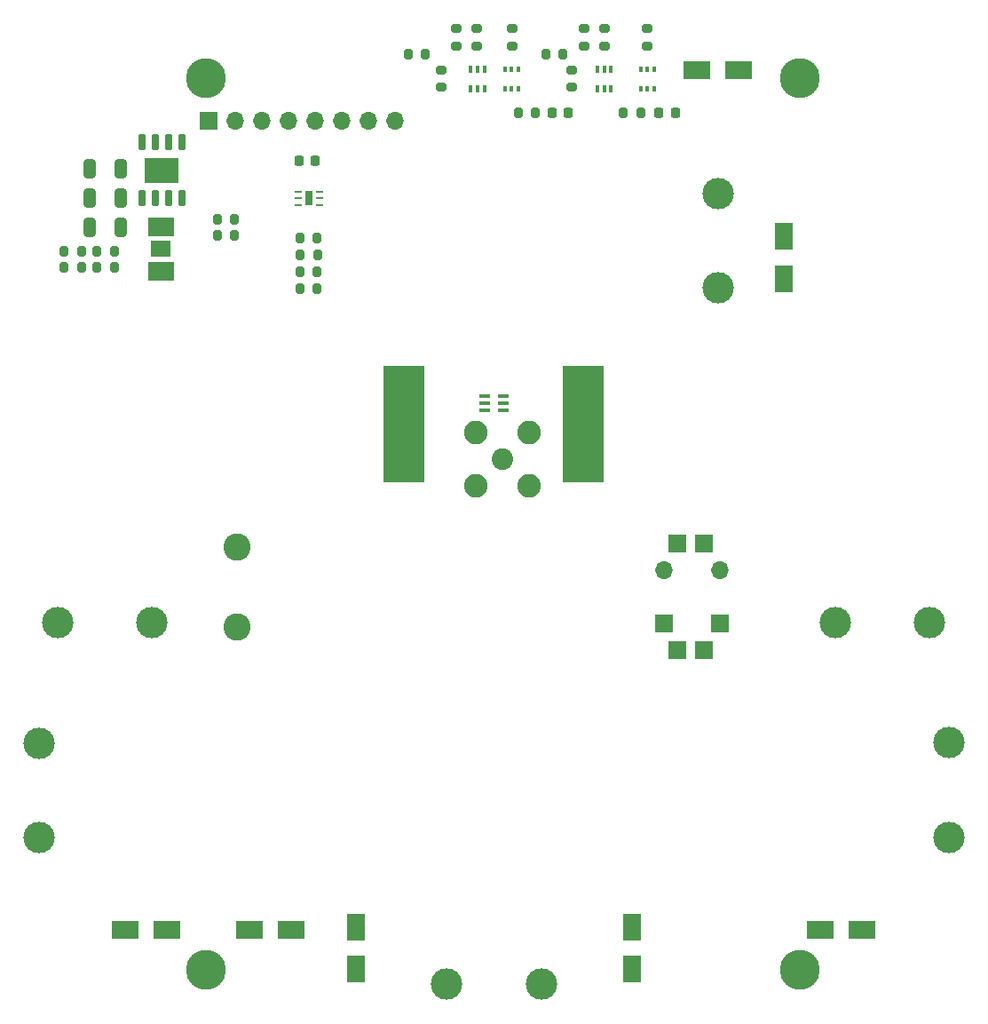
<source format=gts>
%TF.GenerationSoftware,KiCad,Pcbnew,(6.0.5)*%
%TF.CreationDate,2023-01-23T16:46:34-08:00*%
%TF.ProjectId,Z_Panels,5a5f5061-6e65-46c7-932e-6b696361645f,rev?*%
%TF.SameCoordinates,Original*%
%TF.FileFunction,Soldermask,Top*%
%TF.FilePolarity,Negative*%
%FSLAX46Y46*%
G04 Gerber Fmt 4.6, Leading zero omitted, Abs format (unit mm)*
G04 Created by KiCad (PCBNEW (6.0.5)) date 2023-01-23 16:46:34*
%MOMM*%
%LPD*%
G01*
G04 APERTURE LIST*
G04 Aperture macros list*
%AMRoundRect*
0 Rectangle with rounded corners*
0 $1 Rounding radius*
0 $2 $3 $4 $5 $6 $7 $8 $9 X,Y pos of 4 corners*
0 Add a 4 corners polygon primitive as box body*
4,1,4,$2,$3,$4,$5,$6,$7,$8,$9,$2,$3,0*
0 Add four circle primitives for the rounded corners*
1,1,$1+$1,$2,$3*
1,1,$1+$1,$4,$5*
1,1,$1+$1,$6,$7*
1,1,$1+$1,$8,$9*
0 Add four rect primitives between the rounded corners*
20,1,$1+$1,$2,$3,$4,$5,0*
20,1,$1+$1,$4,$5,$6,$7,0*
20,1,$1+$1,$6,$7,$8,$9,0*
20,1,$1+$1,$8,$9,$2,$3,0*%
G04 Aperture macros list end*
%ADD10C,0.010000*%
%ADD11C,3.000000*%
%ADD12C,3.800000*%
%ADD13C,2.600000*%
%ADD14R,1.700000X2.500000*%
%ADD15RoundRect,0.200000X0.200000X0.275000X-0.200000X0.275000X-0.200000X-0.275000X0.200000X-0.275000X0*%
%ADD16R,2.500000X1.700000*%
%ADD17RoundRect,0.200000X-0.200000X-0.275000X0.200000X-0.275000X0.200000X0.275000X-0.200000X0.275000X0*%
%ADD18RoundRect,0.200000X0.275000X-0.200000X0.275000X0.200000X-0.275000X0.200000X-0.275000X-0.200000X0*%
%ADD19R,1.880000X1.570000*%
%ADD20RoundRect,0.200000X-0.275000X0.200000X-0.275000X-0.200000X0.275000X-0.200000X0.275000X0.200000X0*%
%ADD21R,1.700000X1.700000*%
%ADD22O,1.700000X1.700000*%
%ADD23RoundRect,0.250000X-0.325000X-0.650000X0.325000X-0.650000X0.325000X0.650000X-0.325000X0.650000X0*%
%ADD24R,0.400000X0.600000*%
%ADD25R,0.740000X0.270000*%
%ADD26R,0.650000X1.350000*%
%ADD27R,0.400000X0.650000*%
%ADD28RoundRect,0.225000X-0.225000X-0.250000X0.225000X-0.250000X0.225000X0.250000X-0.225000X0.250000X0*%
%ADD29R,4.000000X11.000000*%
%ADD30R,4.000000X1.000000*%
%ADD31RoundRect,0.150000X0.150000X-0.650000X0.150000X0.650000X-0.150000X0.650000X-0.150000X-0.650000X0*%
%ADD32R,3.200000X2.400000*%
%ADD33R,1.000000X0.350000*%
%ADD34C,2.050000*%
%ADD35C,2.250000*%
G04 APERTURE END LIST*
G36*
X151040000Y-60962500D02*
G01*
X150640000Y-60962500D01*
X150640000Y-59262500D01*
X151040000Y-59262500D01*
X151040000Y-60962500D01*
G37*
D10*
X151040000Y-60962500D02*
X150640000Y-60962500D01*
X150640000Y-59262500D01*
X151040000Y-59262500D01*
X151040000Y-60962500D01*
G36*
X152040000Y-65162500D02*
G01*
X151640000Y-65162500D01*
X151640000Y-63462500D01*
X152040000Y-63462500D01*
X152040000Y-65162500D01*
G37*
X152040000Y-65162500D02*
X151640000Y-65162500D01*
X151640000Y-63462500D01*
X152040000Y-63462500D01*
X152040000Y-65162500D01*
G36*
X151540000Y-65162500D02*
G01*
X151140000Y-65162500D01*
X151140000Y-63462500D01*
X151540000Y-63462500D01*
X151540000Y-65162500D01*
G37*
X151540000Y-65162500D02*
X151140000Y-65162500D01*
X151140000Y-63462500D01*
X151540000Y-63462500D01*
X151540000Y-65162500D01*
G36*
X151540000Y-60962500D02*
G01*
X151140000Y-60962500D01*
X151140000Y-59262500D01*
X151540000Y-59262500D01*
X151540000Y-60962500D01*
G37*
X151540000Y-60962500D02*
X151140000Y-60962500D01*
X151140000Y-59262500D01*
X151540000Y-59262500D01*
X151540000Y-60962500D01*
G36*
X151040000Y-65162500D02*
G01*
X150640000Y-65162500D01*
X150640000Y-63462500D01*
X151040000Y-63462500D01*
X151040000Y-65162500D01*
G37*
X151040000Y-65162500D02*
X150640000Y-65162500D01*
X150640000Y-63462500D01*
X151040000Y-63462500D01*
X151040000Y-65162500D01*
G36*
X150040000Y-65162500D02*
G01*
X149640000Y-65162500D01*
X149640000Y-63462500D01*
X150040000Y-63462500D01*
X150040000Y-65162500D01*
G37*
X150040000Y-65162500D02*
X149640000Y-65162500D01*
X149640000Y-63462500D01*
X150040000Y-63462500D01*
X150040000Y-65162500D01*
G36*
X150540000Y-65162500D02*
G01*
X150140000Y-65162500D01*
X150140000Y-63462500D01*
X150540000Y-63462500D01*
X150540000Y-65162500D01*
G37*
X150540000Y-65162500D02*
X150140000Y-65162500D01*
X150140000Y-63462500D01*
X150540000Y-63462500D01*
X150540000Y-65162500D01*
G36*
X152040000Y-60962500D02*
G01*
X151640000Y-60962500D01*
X151640000Y-59262500D01*
X152040000Y-59262500D01*
X152040000Y-60962500D01*
G37*
X152040000Y-60962500D02*
X151640000Y-60962500D01*
X151640000Y-59262500D01*
X152040000Y-59262500D01*
X152040000Y-60962500D01*
G36*
X150040000Y-60962500D02*
G01*
X149640000Y-60962500D01*
X149640000Y-59262500D01*
X150040000Y-59262500D01*
X150040000Y-60962500D01*
G37*
X150040000Y-60962500D02*
X149640000Y-60962500D01*
X149640000Y-59262500D01*
X150040000Y-59262500D01*
X150040000Y-60962500D01*
G36*
X150540000Y-60962500D02*
G01*
X150140000Y-60962500D01*
X150140000Y-59262500D01*
X150540000Y-59262500D01*
X150540000Y-60962500D01*
G37*
X150540000Y-60962500D02*
X150140000Y-60962500D01*
X150140000Y-59262500D01*
X150540000Y-59262500D01*
X150540000Y-60962500D01*
D11*
X150042000Y-97830000D03*
X141042000Y-97830000D03*
D12*
X155182000Y-45965600D03*
D13*
X155182000Y-45965600D03*
D14*
X210280000Y-61060000D03*
X210280000Y-65060000D03*
D15*
X186608000Y-49246000D03*
X184958000Y-49246000D03*
D16*
X159340000Y-127120000D03*
X163340000Y-127120000D03*
D17*
X141669000Y-64008000D03*
X143319000Y-64008000D03*
D15*
X165795000Y-64390000D03*
X164145000Y-64390000D03*
D18*
X184393000Y-42911000D03*
X184393000Y-41261000D03*
D19*
X150840000Y-62212500D03*
D20*
X193163000Y-41261000D03*
X193163000Y-42911000D03*
D17*
X174463000Y-43666000D03*
X176113000Y-43666000D03*
X156245000Y-60980000D03*
X157895000Y-60980000D03*
D15*
X165805000Y-62800000D03*
X164155000Y-62800000D03*
D21*
X202656000Y-100503000D03*
X200116000Y-100503000D03*
X198846000Y-97963000D03*
X204216000Y-97963000D03*
D22*
X204216000Y-92883000D03*
D21*
X202656000Y-90343000D03*
X200116000Y-90343000D03*
D22*
X198846000Y-92883000D03*
D11*
X187160000Y-132310000D03*
X178160000Y-132310000D03*
D18*
X190073000Y-46831000D03*
X190073000Y-45181000D03*
D23*
X144067000Y-60198000D03*
X147017000Y-60198000D03*
D17*
X144780000Y-64008000D03*
X146430000Y-64008000D03*
D15*
X165795000Y-65990000D03*
X164145000Y-65990000D03*
D24*
X196623000Y-46986000D03*
X197273000Y-46986000D03*
X197923000Y-46986000D03*
X197923000Y-45086000D03*
X197273000Y-45086000D03*
X196623000Y-45086000D03*
D13*
X158170000Y-90670000D03*
X158170000Y-98290000D03*
D17*
X187598000Y-43666000D03*
X189248000Y-43666000D03*
D23*
X144067000Y-54610000D03*
X147017000Y-54610000D03*
D17*
X141669000Y-62484000D03*
X143319000Y-62484000D03*
D13*
X211856000Y-45965600D03*
D12*
X211856000Y-45965600D03*
D16*
X201962000Y-45212000D03*
X205962000Y-45212000D03*
D11*
X204008000Y-56968000D03*
X204008000Y-65968000D03*
D15*
X165795000Y-61230000D03*
X164145000Y-61230000D03*
D17*
X144780000Y-62484000D03*
X146430000Y-62484000D03*
D18*
X179063000Y-42891000D03*
X179063000Y-41241000D03*
D25*
X163995000Y-56760000D03*
X163995000Y-57410000D03*
X163995000Y-58060000D03*
X165985000Y-58060000D03*
X165985000Y-57410000D03*
X165985000Y-56760000D03*
D26*
X164990000Y-57410000D03*
D27*
X180423000Y-46986000D03*
X181073000Y-46986000D03*
X181723000Y-46986000D03*
X181723000Y-45086000D03*
X181073000Y-45086000D03*
X180423000Y-45086000D03*
D28*
X188188000Y-49276000D03*
X189738000Y-49276000D03*
D24*
X184983000Y-45086000D03*
X184333000Y-45086000D03*
X183683000Y-45086000D03*
X183683000Y-46986000D03*
X184333000Y-46986000D03*
X184983000Y-46986000D03*
D29*
X191166000Y-78994000D03*
D30*
X191166000Y-73914000D03*
D29*
X174086000Y-78994000D03*
D30*
X174086000Y-73914000D03*
D23*
X144067000Y-57404000D03*
X147017000Y-57404000D03*
D11*
X226020000Y-109330000D03*
X226020000Y-118330000D03*
X224210000Y-97830000D03*
X215210000Y-97830000D03*
D13*
X211856000Y-130965600D03*
D12*
X211856000Y-130965600D03*
D20*
X177593000Y-45181000D03*
X177593000Y-46831000D03*
D11*
X139280000Y-118350000D03*
X139280000Y-109350000D03*
D16*
X147470000Y-127120000D03*
X151470000Y-127120000D03*
D31*
X149065000Y-57400000D03*
X150335000Y-57400000D03*
X151605000Y-57400000D03*
X152875000Y-57400000D03*
X152875000Y-52100000D03*
X151605000Y-52100000D03*
X150335000Y-52100000D03*
X149065000Y-52100000D03*
D32*
X150970000Y-54750000D03*
D16*
X213740000Y-127120000D03*
X217740000Y-127120000D03*
D18*
X191273000Y-42901000D03*
X191273000Y-41251000D03*
D28*
X198398000Y-49266000D03*
X199948000Y-49266000D03*
D17*
X156245000Y-59390000D03*
X157895000Y-59390000D03*
D15*
X196658000Y-49266000D03*
X195008000Y-49266000D03*
D13*
X155182000Y-130965600D03*
D12*
X155182000Y-130965600D03*
D18*
X197283000Y-42911000D03*
X197283000Y-41261000D03*
D33*
X183526000Y-77612000D03*
X183526000Y-76962000D03*
X183526000Y-76312000D03*
X181726000Y-76312000D03*
X181726000Y-76962000D03*
X181726000Y-77612000D03*
D14*
X169510000Y-126920000D03*
X169510000Y-130920000D03*
D21*
X155448000Y-50038000D03*
D22*
X157988000Y-50038000D03*
X160528000Y-50038000D03*
X163068000Y-50038000D03*
X165608000Y-50038000D03*
X168148000Y-50038000D03*
X170688000Y-50038000D03*
X173228000Y-50038000D03*
D27*
X192513000Y-46986000D03*
X193163000Y-46986000D03*
X193813000Y-46986000D03*
X193813000Y-45086000D03*
X193163000Y-45086000D03*
X192513000Y-45086000D03*
D14*
X195860000Y-130900000D03*
X195860000Y-126900000D03*
D28*
X164055000Y-53860000D03*
X165605000Y-53860000D03*
D20*
X180983000Y-41261000D03*
X180983000Y-42911000D03*
D34*
X183431443Y-82290965D03*
D35*
X185971443Y-79750965D03*
X180891443Y-84830965D03*
X185971443Y-84830965D03*
X180891443Y-79750965D03*
M02*

</source>
